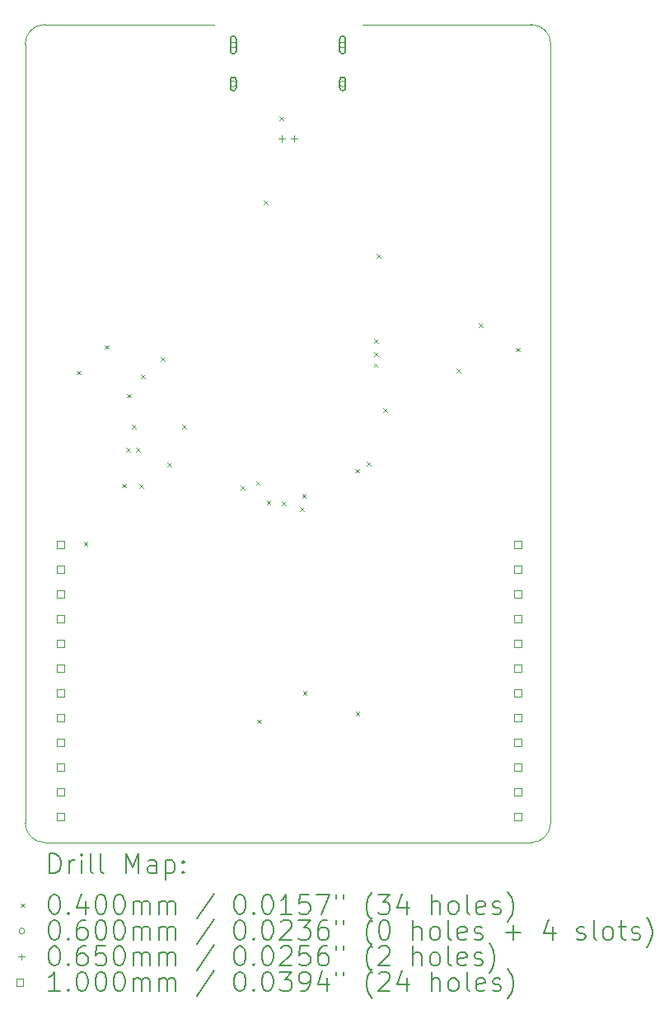
<source format=gbr>
%TF.GenerationSoftware,KiCad,Pcbnew,6.0.7-f9a2dced07~116~ubuntu20.04.1*%
%TF.CreationDate,2022-09-13T19:06:36+02:00*%
%TF.ProjectId,Qoobinno,516f6f62-696e-46e6-9f2e-6b696361645f,rev?*%
%TF.SameCoordinates,Original*%
%TF.FileFunction,Drillmap*%
%TF.FilePolarity,Positive*%
%FSLAX45Y45*%
G04 Gerber Fmt 4.5, Leading zero omitted, Abs format (unit mm)*
G04 Created by KiCad (PCBNEW 6.0.7-f9a2dced07~116~ubuntu20.04.1) date 2022-09-13 19:06:36*
%MOMM*%
%LPD*%
G01*
G04 APERTURE LIST*
%ADD10C,0.100000*%
%ADD11C,0.200000*%
%ADD12C,0.040000*%
%ADD13C,0.060000*%
%ADD14C,0.065000*%
G04 APERTURE END LIST*
D10*
X17738000Y-5400000D02*
G75*
G03*
X17538000Y-5200000I-200000J0D01*
G01*
X12538000Y-5200000D02*
G75*
G03*
X12338000Y-5400000I0J-200000D01*
G01*
X15800000Y-5200000D02*
X17538000Y-5200000D01*
X17538000Y-13600000D02*
G75*
G03*
X17738000Y-13400000I0J200000D01*
G01*
X12338000Y-13400000D02*
G75*
G03*
X12538000Y-13600000I200000J0D01*
G01*
X17738000Y-5400000D02*
X17738000Y-13400000D01*
X12338000Y-5400000D02*
X12338000Y-13400000D01*
X14276000Y-5200000D02*
X12538000Y-5200000D01*
X17538000Y-13600000D02*
X12538000Y-13600000D01*
D11*
D12*
X12869000Y-8756000D02*
X12909000Y-8796000D01*
X12909000Y-8756000D02*
X12869000Y-8796000D01*
X12940550Y-10511000D02*
X12980550Y-10551000D01*
X12980550Y-10511000D02*
X12940550Y-10551000D01*
X13156000Y-8494000D02*
X13196000Y-8534000D01*
X13196000Y-8494000D02*
X13156000Y-8534000D01*
X13336000Y-9915000D02*
X13376000Y-9955000D01*
X13376000Y-9915000D02*
X13336000Y-9955000D01*
X13375031Y-9545408D02*
X13415031Y-9585408D01*
X13415031Y-9545408D02*
X13375031Y-9585408D01*
X13382000Y-8993000D02*
X13422000Y-9033000D01*
X13422000Y-8993000D02*
X13382000Y-9033000D01*
X13437000Y-9312000D02*
X13477000Y-9352000D01*
X13477000Y-9312000D02*
X13437000Y-9352000D01*
X13480031Y-9545408D02*
X13520031Y-9585408D01*
X13520031Y-9545408D02*
X13480031Y-9585408D01*
X13509000Y-9919000D02*
X13549000Y-9959000D01*
X13549000Y-9919000D02*
X13509000Y-9959000D01*
X13529000Y-8795000D02*
X13569000Y-8835000D01*
X13569000Y-8795000D02*
X13529000Y-8835000D01*
X13731000Y-8617000D02*
X13771000Y-8657000D01*
X13771000Y-8617000D02*
X13731000Y-8657000D01*
X13800000Y-9697000D02*
X13840000Y-9737000D01*
X13840000Y-9697000D02*
X13800000Y-9737000D01*
X13952000Y-9308000D02*
X13992000Y-9348000D01*
X13992000Y-9308000D02*
X13952000Y-9348000D01*
X14551000Y-9937000D02*
X14591000Y-9977000D01*
X14591000Y-9937000D02*
X14551000Y-9977000D01*
X14708000Y-9890000D02*
X14748000Y-9930000D01*
X14748000Y-9890000D02*
X14708000Y-9930000D01*
X14724000Y-12336000D02*
X14764000Y-12376000D01*
X14764000Y-12336000D02*
X14724000Y-12376000D01*
X14787000Y-7006000D02*
X14827000Y-7046000D01*
X14827000Y-7006000D02*
X14787000Y-7046000D01*
X14820000Y-10090000D02*
X14860000Y-10130000D01*
X14860000Y-10090000D02*
X14820000Y-10130000D01*
X14952000Y-6141000D02*
X14992000Y-6181000D01*
X14992000Y-6141000D02*
X14952000Y-6181000D01*
X14972792Y-10094792D02*
X15012792Y-10134792D01*
X15012792Y-10094792D02*
X14972792Y-10134792D01*
X15159000Y-10157000D02*
X15199000Y-10197000D01*
X15199000Y-10157000D02*
X15159000Y-10197000D01*
X15182000Y-10020000D02*
X15222000Y-10060000D01*
X15222000Y-10020000D02*
X15182000Y-10060000D01*
X15191000Y-12044000D02*
X15231000Y-12084000D01*
X15231000Y-12044000D02*
X15191000Y-12084000D01*
X15728000Y-9762000D02*
X15768000Y-9802000D01*
X15768000Y-9762000D02*
X15728000Y-9802000D01*
X15733000Y-12257000D02*
X15773000Y-12297000D01*
X15773000Y-12257000D02*
X15733000Y-12297000D01*
X15846000Y-9693000D02*
X15886000Y-9733000D01*
X15886000Y-9693000D02*
X15846000Y-9733000D01*
X15920000Y-8680000D02*
X15960000Y-8720000D01*
X15960000Y-8680000D02*
X15920000Y-8720000D01*
X15921000Y-8428664D02*
X15961000Y-8468664D01*
X15961000Y-8428664D02*
X15921000Y-8468664D01*
X15921000Y-8563000D02*
X15961000Y-8603000D01*
X15961000Y-8563000D02*
X15921000Y-8603000D01*
X15948000Y-7558000D02*
X15988000Y-7598000D01*
X15988000Y-7558000D02*
X15948000Y-7598000D01*
X16019000Y-9143000D02*
X16059000Y-9183000D01*
X16059000Y-9143000D02*
X16019000Y-9183000D01*
X16773000Y-8737000D02*
X16813000Y-8777000D01*
X16813000Y-8737000D02*
X16773000Y-8777000D01*
X16997000Y-8266000D02*
X17037000Y-8306000D01*
X17037000Y-8266000D02*
X16997000Y-8306000D01*
X17382000Y-8519000D02*
X17422000Y-8559000D01*
X17422000Y-8519000D02*
X17382000Y-8559000D01*
D13*
X14506000Y-5410000D02*
G75*
G03*
X14506000Y-5410000I-30000J0D01*
G01*
D11*
X14506000Y-5470000D02*
X14506000Y-5350000D01*
X14446000Y-5470000D02*
X14446000Y-5350000D01*
X14506000Y-5350000D02*
G75*
G03*
X14446000Y-5350000I-30000J0D01*
G01*
X14446000Y-5470000D02*
G75*
G03*
X14506000Y-5470000I30000J0D01*
G01*
D13*
X14506000Y-5810000D02*
G75*
G03*
X14506000Y-5810000I-30000J0D01*
G01*
D11*
X14506000Y-5850000D02*
X14506000Y-5770000D01*
X14446000Y-5850000D02*
X14446000Y-5770000D01*
X14506000Y-5770000D02*
G75*
G03*
X14446000Y-5770000I-30000J0D01*
G01*
X14446000Y-5850000D02*
G75*
G03*
X14506000Y-5850000I30000J0D01*
G01*
D13*
X15630000Y-5410000D02*
G75*
G03*
X15630000Y-5410000I-30000J0D01*
G01*
D11*
X15630000Y-5470000D02*
X15630000Y-5350000D01*
X15570000Y-5470000D02*
X15570000Y-5350000D01*
X15630000Y-5350000D02*
G75*
G03*
X15570000Y-5350000I-30000J0D01*
G01*
X15570000Y-5470000D02*
G75*
G03*
X15630000Y-5470000I30000J0D01*
G01*
D13*
X15630000Y-5810000D02*
G75*
G03*
X15630000Y-5810000I-30000J0D01*
G01*
D11*
X15630000Y-5850000D02*
X15630000Y-5770000D01*
X15570000Y-5850000D02*
X15570000Y-5770000D01*
X15630000Y-5770000D02*
G75*
G03*
X15570000Y-5770000I-30000J0D01*
G01*
X15570000Y-5850000D02*
G75*
G03*
X15630000Y-5850000I30000J0D01*
G01*
D14*
X14972500Y-6340500D02*
X14972500Y-6405500D01*
X14940000Y-6373000D02*
X15005000Y-6373000D01*
X15099500Y-6340500D02*
X15099500Y-6405500D01*
X15067000Y-6373000D02*
X15132000Y-6373000D01*
D10*
X12735356Y-10576356D02*
X12735356Y-10505644D01*
X12664644Y-10505644D01*
X12664644Y-10576356D01*
X12735356Y-10576356D01*
X12735356Y-10830356D02*
X12735356Y-10759644D01*
X12664644Y-10759644D01*
X12664644Y-10830356D01*
X12735356Y-10830356D01*
X12735356Y-11084356D02*
X12735356Y-11013644D01*
X12664644Y-11013644D01*
X12664644Y-11084356D01*
X12735356Y-11084356D01*
X12735356Y-11338356D02*
X12735356Y-11267644D01*
X12664644Y-11267644D01*
X12664644Y-11338356D01*
X12735356Y-11338356D01*
X12735356Y-11592356D02*
X12735356Y-11521644D01*
X12664644Y-11521644D01*
X12664644Y-11592356D01*
X12735356Y-11592356D01*
X12735356Y-11846356D02*
X12735356Y-11775644D01*
X12664644Y-11775644D01*
X12664644Y-11846356D01*
X12735356Y-11846356D01*
X12735356Y-12100356D02*
X12735356Y-12029644D01*
X12664644Y-12029644D01*
X12664644Y-12100356D01*
X12735356Y-12100356D01*
X12735356Y-12354356D02*
X12735356Y-12283644D01*
X12664644Y-12283644D01*
X12664644Y-12354356D01*
X12735356Y-12354356D01*
X12735356Y-12608356D02*
X12735356Y-12537644D01*
X12664644Y-12537644D01*
X12664644Y-12608356D01*
X12735356Y-12608356D01*
X12735356Y-12862356D02*
X12735356Y-12791644D01*
X12664644Y-12791644D01*
X12664644Y-12862356D01*
X12735356Y-12862356D01*
X12735356Y-13116356D02*
X12735356Y-13045644D01*
X12664644Y-13045644D01*
X12664644Y-13116356D01*
X12735356Y-13116356D01*
X12735356Y-13370356D02*
X12735356Y-13299644D01*
X12664644Y-13299644D01*
X12664644Y-13370356D01*
X12735356Y-13370356D01*
X17434356Y-10576356D02*
X17434356Y-10505644D01*
X17363644Y-10505644D01*
X17363644Y-10576356D01*
X17434356Y-10576356D01*
X17434356Y-10830356D02*
X17434356Y-10759644D01*
X17363644Y-10759644D01*
X17363644Y-10830356D01*
X17434356Y-10830356D01*
X17434356Y-11084356D02*
X17434356Y-11013644D01*
X17363644Y-11013644D01*
X17363644Y-11084356D01*
X17434356Y-11084356D01*
X17434356Y-11338356D02*
X17434356Y-11267644D01*
X17363644Y-11267644D01*
X17363644Y-11338356D01*
X17434356Y-11338356D01*
X17434356Y-11592356D02*
X17434356Y-11521644D01*
X17363644Y-11521644D01*
X17363644Y-11592356D01*
X17434356Y-11592356D01*
X17434356Y-11846356D02*
X17434356Y-11775644D01*
X17363644Y-11775644D01*
X17363644Y-11846356D01*
X17434356Y-11846356D01*
X17434356Y-12100356D02*
X17434356Y-12029644D01*
X17363644Y-12029644D01*
X17363644Y-12100356D01*
X17434356Y-12100356D01*
X17434356Y-12354356D02*
X17434356Y-12283644D01*
X17363644Y-12283644D01*
X17363644Y-12354356D01*
X17434356Y-12354356D01*
X17434356Y-12608356D02*
X17434356Y-12537644D01*
X17363644Y-12537644D01*
X17363644Y-12608356D01*
X17434356Y-12608356D01*
X17434356Y-12862356D02*
X17434356Y-12791644D01*
X17363644Y-12791644D01*
X17363644Y-12862356D01*
X17434356Y-12862356D01*
X17434356Y-13116356D02*
X17434356Y-13045644D01*
X17363644Y-13045644D01*
X17363644Y-13116356D01*
X17434356Y-13116356D01*
X17434356Y-13370356D02*
X17434356Y-13299644D01*
X17363644Y-13299644D01*
X17363644Y-13370356D01*
X17434356Y-13370356D01*
D11*
X12590619Y-13915476D02*
X12590619Y-13715476D01*
X12638238Y-13715476D01*
X12666809Y-13725000D01*
X12685857Y-13744048D01*
X12695381Y-13763095D01*
X12704905Y-13801190D01*
X12704905Y-13829762D01*
X12695381Y-13867857D01*
X12685857Y-13886905D01*
X12666809Y-13905952D01*
X12638238Y-13915476D01*
X12590619Y-13915476D01*
X12790619Y-13915476D02*
X12790619Y-13782143D01*
X12790619Y-13820238D02*
X12800143Y-13801190D01*
X12809667Y-13791667D01*
X12828714Y-13782143D01*
X12847762Y-13782143D01*
X12914428Y-13915476D02*
X12914428Y-13782143D01*
X12914428Y-13715476D02*
X12904905Y-13725000D01*
X12914428Y-13734524D01*
X12923952Y-13725000D01*
X12914428Y-13715476D01*
X12914428Y-13734524D01*
X13038238Y-13915476D02*
X13019190Y-13905952D01*
X13009667Y-13886905D01*
X13009667Y-13715476D01*
X13143000Y-13915476D02*
X13123952Y-13905952D01*
X13114428Y-13886905D01*
X13114428Y-13715476D01*
X13371571Y-13915476D02*
X13371571Y-13715476D01*
X13438238Y-13858333D01*
X13504905Y-13715476D01*
X13504905Y-13915476D01*
X13685857Y-13915476D02*
X13685857Y-13810714D01*
X13676333Y-13791667D01*
X13657286Y-13782143D01*
X13619190Y-13782143D01*
X13600143Y-13791667D01*
X13685857Y-13905952D02*
X13666809Y-13915476D01*
X13619190Y-13915476D01*
X13600143Y-13905952D01*
X13590619Y-13886905D01*
X13590619Y-13867857D01*
X13600143Y-13848809D01*
X13619190Y-13839286D01*
X13666809Y-13839286D01*
X13685857Y-13829762D01*
X13781095Y-13782143D02*
X13781095Y-13982143D01*
X13781095Y-13791667D02*
X13800143Y-13782143D01*
X13838238Y-13782143D01*
X13857286Y-13791667D01*
X13866809Y-13801190D01*
X13876333Y-13820238D01*
X13876333Y-13877381D01*
X13866809Y-13896428D01*
X13857286Y-13905952D01*
X13838238Y-13915476D01*
X13800143Y-13915476D01*
X13781095Y-13905952D01*
X13962048Y-13896428D02*
X13971571Y-13905952D01*
X13962048Y-13915476D01*
X13952524Y-13905952D01*
X13962048Y-13896428D01*
X13962048Y-13915476D01*
X13962048Y-13791667D02*
X13971571Y-13801190D01*
X13962048Y-13810714D01*
X13952524Y-13801190D01*
X13962048Y-13791667D01*
X13962048Y-13810714D01*
D12*
X12293000Y-14225000D02*
X12333000Y-14265000D01*
X12333000Y-14225000D02*
X12293000Y-14265000D01*
D11*
X12628714Y-14135476D02*
X12647762Y-14135476D01*
X12666809Y-14145000D01*
X12676333Y-14154524D01*
X12685857Y-14173571D01*
X12695381Y-14211667D01*
X12695381Y-14259286D01*
X12685857Y-14297381D01*
X12676333Y-14316428D01*
X12666809Y-14325952D01*
X12647762Y-14335476D01*
X12628714Y-14335476D01*
X12609667Y-14325952D01*
X12600143Y-14316428D01*
X12590619Y-14297381D01*
X12581095Y-14259286D01*
X12581095Y-14211667D01*
X12590619Y-14173571D01*
X12600143Y-14154524D01*
X12609667Y-14145000D01*
X12628714Y-14135476D01*
X12781095Y-14316428D02*
X12790619Y-14325952D01*
X12781095Y-14335476D01*
X12771571Y-14325952D01*
X12781095Y-14316428D01*
X12781095Y-14335476D01*
X12962048Y-14202143D02*
X12962048Y-14335476D01*
X12914428Y-14125952D02*
X12866809Y-14268809D01*
X12990619Y-14268809D01*
X13104905Y-14135476D02*
X13123952Y-14135476D01*
X13143000Y-14145000D01*
X13152524Y-14154524D01*
X13162048Y-14173571D01*
X13171571Y-14211667D01*
X13171571Y-14259286D01*
X13162048Y-14297381D01*
X13152524Y-14316428D01*
X13143000Y-14325952D01*
X13123952Y-14335476D01*
X13104905Y-14335476D01*
X13085857Y-14325952D01*
X13076333Y-14316428D01*
X13066809Y-14297381D01*
X13057286Y-14259286D01*
X13057286Y-14211667D01*
X13066809Y-14173571D01*
X13076333Y-14154524D01*
X13085857Y-14145000D01*
X13104905Y-14135476D01*
X13295381Y-14135476D02*
X13314428Y-14135476D01*
X13333476Y-14145000D01*
X13343000Y-14154524D01*
X13352524Y-14173571D01*
X13362048Y-14211667D01*
X13362048Y-14259286D01*
X13352524Y-14297381D01*
X13343000Y-14316428D01*
X13333476Y-14325952D01*
X13314428Y-14335476D01*
X13295381Y-14335476D01*
X13276333Y-14325952D01*
X13266809Y-14316428D01*
X13257286Y-14297381D01*
X13247762Y-14259286D01*
X13247762Y-14211667D01*
X13257286Y-14173571D01*
X13266809Y-14154524D01*
X13276333Y-14145000D01*
X13295381Y-14135476D01*
X13447762Y-14335476D02*
X13447762Y-14202143D01*
X13447762Y-14221190D02*
X13457286Y-14211667D01*
X13476333Y-14202143D01*
X13504905Y-14202143D01*
X13523952Y-14211667D01*
X13533476Y-14230714D01*
X13533476Y-14335476D01*
X13533476Y-14230714D02*
X13543000Y-14211667D01*
X13562048Y-14202143D01*
X13590619Y-14202143D01*
X13609667Y-14211667D01*
X13619190Y-14230714D01*
X13619190Y-14335476D01*
X13714428Y-14335476D02*
X13714428Y-14202143D01*
X13714428Y-14221190D02*
X13723952Y-14211667D01*
X13743000Y-14202143D01*
X13771571Y-14202143D01*
X13790619Y-14211667D01*
X13800143Y-14230714D01*
X13800143Y-14335476D01*
X13800143Y-14230714D02*
X13809667Y-14211667D01*
X13828714Y-14202143D01*
X13857286Y-14202143D01*
X13876333Y-14211667D01*
X13885857Y-14230714D01*
X13885857Y-14335476D01*
X14276333Y-14125952D02*
X14104905Y-14383095D01*
X14533476Y-14135476D02*
X14552524Y-14135476D01*
X14571571Y-14145000D01*
X14581095Y-14154524D01*
X14590619Y-14173571D01*
X14600143Y-14211667D01*
X14600143Y-14259286D01*
X14590619Y-14297381D01*
X14581095Y-14316428D01*
X14571571Y-14325952D01*
X14552524Y-14335476D01*
X14533476Y-14335476D01*
X14514428Y-14325952D01*
X14504905Y-14316428D01*
X14495381Y-14297381D01*
X14485857Y-14259286D01*
X14485857Y-14211667D01*
X14495381Y-14173571D01*
X14504905Y-14154524D01*
X14514428Y-14145000D01*
X14533476Y-14135476D01*
X14685857Y-14316428D02*
X14695381Y-14325952D01*
X14685857Y-14335476D01*
X14676333Y-14325952D01*
X14685857Y-14316428D01*
X14685857Y-14335476D01*
X14819190Y-14135476D02*
X14838238Y-14135476D01*
X14857286Y-14145000D01*
X14866809Y-14154524D01*
X14876333Y-14173571D01*
X14885857Y-14211667D01*
X14885857Y-14259286D01*
X14876333Y-14297381D01*
X14866809Y-14316428D01*
X14857286Y-14325952D01*
X14838238Y-14335476D01*
X14819190Y-14335476D01*
X14800143Y-14325952D01*
X14790619Y-14316428D01*
X14781095Y-14297381D01*
X14771571Y-14259286D01*
X14771571Y-14211667D01*
X14781095Y-14173571D01*
X14790619Y-14154524D01*
X14800143Y-14145000D01*
X14819190Y-14135476D01*
X15076333Y-14335476D02*
X14962048Y-14335476D01*
X15019190Y-14335476D02*
X15019190Y-14135476D01*
X15000143Y-14164048D01*
X14981095Y-14183095D01*
X14962048Y-14192619D01*
X15257286Y-14135476D02*
X15162048Y-14135476D01*
X15152524Y-14230714D01*
X15162048Y-14221190D01*
X15181095Y-14211667D01*
X15228714Y-14211667D01*
X15247762Y-14221190D01*
X15257286Y-14230714D01*
X15266809Y-14249762D01*
X15266809Y-14297381D01*
X15257286Y-14316428D01*
X15247762Y-14325952D01*
X15228714Y-14335476D01*
X15181095Y-14335476D01*
X15162048Y-14325952D01*
X15152524Y-14316428D01*
X15333476Y-14135476D02*
X15466809Y-14135476D01*
X15381095Y-14335476D01*
X15533476Y-14135476D02*
X15533476Y-14173571D01*
X15609667Y-14135476D02*
X15609667Y-14173571D01*
X15904905Y-14411667D02*
X15895381Y-14402143D01*
X15876333Y-14373571D01*
X15866809Y-14354524D01*
X15857286Y-14325952D01*
X15847762Y-14278333D01*
X15847762Y-14240238D01*
X15857286Y-14192619D01*
X15866809Y-14164048D01*
X15876333Y-14145000D01*
X15895381Y-14116428D01*
X15904905Y-14106905D01*
X15962048Y-14135476D02*
X16085857Y-14135476D01*
X16019190Y-14211667D01*
X16047762Y-14211667D01*
X16066809Y-14221190D01*
X16076333Y-14230714D01*
X16085857Y-14249762D01*
X16085857Y-14297381D01*
X16076333Y-14316428D01*
X16066809Y-14325952D01*
X16047762Y-14335476D01*
X15990619Y-14335476D01*
X15971571Y-14325952D01*
X15962048Y-14316428D01*
X16257286Y-14202143D02*
X16257286Y-14335476D01*
X16209667Y-14125952D02*
X16162048Y-14268809D01*
X16285857Y-14268809D01*
X16514428Y-14335476D02*
X16514428Y-14135476D01*
X16600143Y-14335476D02*
X16600143Y-14230714D01*
X16590619Y-14211667D01*
X16571571Y-14202143D01*
X16543000Y-14202143D01*
X16523952Y-14211667D01*
X16514428Y-14221190D01*
X16723952Y-14335476D02*
X16704905Y-14325952D01*
X16695381Y-14316428D01*
X16685857Y-14297381D01*
X16685857Y-14240238D01*
X16695381Y-14221190D01*
X16704905Y-14211667D01*
X16723952Y-14202143D01*
X16752524Y-14202143D01*
X16771571Y-14211667D01*
X16781095Y-14221190D01*
X16790619Y-14240238D01*
X16790619Y-14297381D01*
X16781095Y-14316428D01*
X16771571Y-14325952D01*
X16752524Y-14335476D01*
X16723952Y-14335476D01*
X16904905Y-14335476D02*
X16885857Y-14325952D01*
X16876333Y-14306905D01*
X16876333Y-14135476D01*
X17057286Y-14325952D02*
X17038238Y-14335476D01*
X17000143Y-14335476D01*
X16981095Y-14325952D01*
X16971571Y-14306905D01*
X16971571Y-14230714D01*
X16981095Y-14211667D01*
X17000143Y-14202143D01*
X17038238Y-14202143D01*
X17057286Y-14211667D01*
X17066810Y-14230714D01*
X17066810Y-14249762D01*
X16971571Y-14268809D01*
X17143000Y-14325952D02*
X17162048Y-14335476D01*
X17200143Y-14335476D01*
X17219190Y-14325952D01*
X17228714Y-14306905D01*
X17228714Y-14297381D01*
X17219190Y-14278333D01*
X17200143Y-14268809D01*
X17171571Y-14268809D01*
X17152524Y-14259286D01*
X17143000Y-14240238D01*
X17143000Y-14230714D01*
X17152524Y-14211667D01*
X17171571Y-14202143D01*
X17200143Y-14202143D01*
X17219190Y-14211667D01*
X17295381Y-14411667D02*
X17304905Y-14402143D01*
X17323952Y-14373571D01*
X17333476Y-14354524D01*
X17343000Y-14325952D01*
X17352524Y-14278333D01*
X17352524Y-14240238D01*
X17343000Y-14192619D01*
X17333476Y-14164048D01*
X17323952Y-14145000D01*
X17304905Y-14116428D01*
X17295381Y-14106905D01*
D13*
X12333000Y-14509000D02*
G75*
G03*
X12333000Y-14509000I-30000J0D01*
G01*
D11*
X12628714Y-14399476D02*
X12647762Y-14399476D01*
X12666809Y-14409000D01*
X12676333Y-14418524D01*
X12685857Y-14437571D01*
X12695381Y-14475667D01*
X12695381Y-14523286D01*
X12685857Y-14561381D01*
X12676333Y-14580428D01*
X12666809Y-14589952D01*
X12647762Y-14599476D01*
X12628714Y-14599476D01*
X12609667Y-14589952D01*
X12600143Y-14580428D01*
X12590619Y-14561381D01*
X12581095Y-14523286D01*
X12581095Y-14475667D01*
X12590619Y-14437571D01*
X12600143Y-14418524D01*
X12609667Y-14409000D01*
X12628714Y-14399476D01*
X12781095Y-14580428D02*
X12790619Y-14589952D01*
X12781095Y-14599476D01*
X12771571Y-14589952D01*
X12781095Y-14580428D01*
X12781095Y-14599476D01*
X12962048Y-14399476D02*
X12923952Y-14399476D01*
X12904905Y-14409000D01*
X12895381Y-14418524D01*
X12876333Y-14447095D01*
X12866809Y-14485190D01*
X12866809Y-14561381D01*
X12876333Y-14580428D01*
X12885857Y-14589952D01*
X12904905Y-14599476D01*
X12943000Y-14599476D01*
X12962048Y-14589952D01*
X12971571Y-14580428D01*
X12981095Y-14561381D01*
X12981095Y-14513762D01*
X12971571Y-14494714D01*
X12962048Y-14485190D01*
X12943000Y-14475667D01*
X12904905Y-14475667D01*
X12885857Y-14485190D01*
X12876333Y-14494714D01*
X12866809Y-14513762D01*
X13104905Y-14399476D02*
X13123952Y-14399476D01*
X13143000Y-14409000D01*
X13152524Y-14418524D01*
X13162048Y-14437571D01*
X13171571Y-14475667D01*
X13171571Y-14523286D01*
X13162048Y-14561381D01*
X13152524Y-14580428D01*
X13143000Y-14589952D01*
X13123952Y-14599476D01*
X13104905Y-14599476D01*
X13085857Y-14589952D01*
X13076333Y-14580428D01*
X13066809Y-14561381D01*
X13057286Y-14523286D01*
X13057286Y-14475667D01*
X13066809Y-14437571D01*
X13076333Y-14418524D01*
X13085857Y-14409000D01*
X13104905Y-14399476D01*
X13295381Y-14399476D02*
X13314428Y-14399476D01*
X13333476Y-14409000D01*
X13343000Y-14418524D01*
X13352524Y-14437571D01*
X13362048Y-14475667D01*
X13362048Y-14523286D01*
X13352524Y-14561381D01*
X13343000Y-14580428D01*
X13333476Y-14589952D01*
X13314428Y-14599476D01*
X13295381Y-14599476D01*
X13276333Y-14589952D01*
X13266809Y-14580428D01*
X13257286Y-14561381D01*
X13247762Y-14523286D01*
X13247762Y-14475667D01*
X13257286Y-14437571D01*
X13266809Y-14418524D01*
X13276333Y-14409000D01*
X13295381Y-14399476D01*
X13447762Y-14599476D02*
X13447762Y-14466143D01*
X13447762Y-14485190D02*
X13457286Y-14475667D01*
X13476333Y-14466143D01*
X13504905Y-14466143D01*
X13523952Y-14475667D01*
X13533476Y-14494714D01*
X13533476Y-14599476D01*
X13533476Y-14494714D02*
X13543000Y-14475667D01*
X13562048Y-14466143D01*
X13590619Y-14466143D01*
X13609667Y-14475667D01*
X13619190Y-14494714D01*
X13619190Y-14599476D01*
X13714428Y-14599476D02*
X13714428Y-14466143D01*
X13714428Y-14485190D02*
X13723952Y-14475667D01*
X13743000Y-14466143D01*
X13771571Y-14466143D01*
X13790619Y-14475667D01*
X13800143Y-14494714D01*
X13800143Y-14599476D01*
X13800143Y-14494714D02*
X13809667Y-14475667D01*
X13828714Y-14466143D01*
X13857286Y-14466143D01*
X13876333Y-14475667D01*
X13885857Y-14494714D01*
X13885857Y-14599476D01*
X14276333Y-14389952D02*
X14104905Y-14647095D01*
X14533476Y-14399476D02*
X14552524Y-14399476D01*
X14571571Y-14409000D01*
X14581095Y-14418524D01*
X14590619Y-14437571D01*
X14600143Y-14475667D01*
X14600143Y-14523286D01*
X14590619Y-14561381D01*
X14581095Y-14580428D01*
X14571571Y-14589952D01*
X14552524Y-14599476D01*
X14533476Y-14599476D01*
X14514428Y-14589952D01*
X14504905Y-14580428D01*
X14495381Y-14561381D01*
X14485857Y-14523286D01*
X14485857Y-14475667D01*
X14495381Y-14437571D01*
X14504905Y-14418524D01*
X14514428Y-14409000D01*
X14533476Y-14399476D01*
X14685857Y-14580428D02*
X14695381Y-14589952D01*
X14685857Y-14599476D01*
X14676333Y-14589952D01*
X14685857Y-14580428D01*
X14685857Y-14599476D01*
X14819190Y-14399476D02*
X14838238Y-14399476D01*
X14857286Y-14409000D01*
X14866809Y-14418524D01*
X14876333Y-14437571D01*
X14885857Y-14475667D01*
X14885857Y-14523286D01*
X14876333Y-14561381D01*
X14866809Y-14580428D01*
X14857286Y-14589952D01*
X14838238Y-14599476D01*
X14819190Y-14599476D01*
X14800143Y-14589952D01*
X14790619Y-14580428D01*
X14781095Y-14561381D01*
X14771571Y-14523286D01*
X14771571Y-14475667D01*
X14781095Y-14437571D01*
X14790619Y-14418524D01*
X14800143Y-14409000D01*
X14819190Y-14399476D01*
X14962048Y-14418524D02*
X14971571Y-14409000D01*
X14990619Y-14399476D01*
X15038238Y-14399476D01*
X15057286Y-14409000D01*
X15066809Y-14418524D01*
X15076333Y-14437571D01*
X15076333Y-14456619D01*
X15066809Y-14485190D01*
X14952524Y-14599476D01*
X15076333Y-14599476D01*
X15143000Y-14399476D02*
X15266809Y-14399476D01*
X15200143Y-14475667D01*
X15228714Y-14475667D01*
X15247762Y-14485190D01*
X15257286Y-14494714D01*
X15266809Y-14513762D01*
X15266809Y-14561381D01*
X15257286Y-14580428D01*
X15247762Y-14589952D01*
X15228714Y-14599476D01*
X15171571Y-14599476D01*
X15152524Y-14589952D01*
X15143000Y-14580428D01*
X15438238Y-14399476D02*
X15400143Y-14399476D01*
X15381095Y-14409000D01*
X15371571Y-14418524D01*
X15352524Y-14447095D01*
X15343000Y-14485190D01*
X15343000Y-14561381D01*
X15352524Y-14580428D01*
X15362048Y-14589952D01*
X15381095Y-14599476D01*
X15419190Y-14599476D01*
X15438238Y-14589952D01*
X15447762Y-14580428D01*
X15457286Y-14561381D01*
X15457286Y-14513762D01*
X15447762Y-14494714D01*
X15438238Y-14485190D01*
X15419190Y-14475667D01*
X15381095Y-14475667D01*
X15362048Y-14485190D01*
X15352524Y-14494714D01*
X15343000Y-14513762D01*
X15533476Y-14399476D02*
X15533476Y-14437571D01*
X15609667Y-14399476D02*
X15609667Y-14437571D01*
X15904905Y-14675667D02*
X15895381Y-14666143D01*
X15876333Y-14637571D01*
X15866809Y-14618524D01*
X15857286Y-14589952D01*
X15847762Y-14542333D01*
X15847762Y-14504238D01*
X15857286Y-14456619D01*
X15866809Y-14428048D01*
X15876333Y-14409000D01*
X15895381Y-14380428D01*
X15904905Y-14370905D01*
X16019190Y-14399476D02*
X16038238Y-14399476D01*
X16057286Y-14409000D01*
X16066809Y-14418524D01*
X16076333Y-14437571D01*
X16085857Y-14475667D01*
X16085857Y-14523286D01*
X16076333Y-14561381D01*
X16066809Y-14580428D01*
X16057286Y-14589952D01*
X16038238Y-14599476D01*
X16019190Y-14599476D01*
X16000143Y-14589952D01*
X15990619Y-14580428D01*
X15981095Y-14561381D01*
X15971571Y-14523286D01*
X15971571Y-14475667D01*
X15981095Y-14437571D01*
X15990619Y-14418524D01*
X16000143Y-14409000D01*
X16019190Y-14399476D01*
X16323952Y-14599476D02*
X16323952Y-14399476D01*
X16409667Y-14599476D02*
X16409667Y-14494714D01*
X16400143Y-14475667D01*
X16381095Y-14466143D01*
X16352524Y-14466143D01*
X16333476Y-14475667D01*
X16323952Y-14485190D01*
X16533476Y-14599476D02*
X16514428Y-14589952D01*
X16504905Y-14580428D01*
X16495381Y-14561381D01*
X16495381Y-14504238D01*
X16504905Y-14485190D01*
X16514428Y-14475667D01*
X16533476Y-14466143D01*
X16562048Y-14466143D01*
X16581095Y-14475667D01*
X16590619Y-14485190D01*
X16600143Y-14504238D01*
X16600143Y-14561381D01*
X16590619Y-14580428D01*
X16581095Y-14589952D01*
X16562048Y-14599476D01*
X16533476Y-14599476D01*
X16714428Y-14599476D02*
X16695381Y-14589952D01*
X16685857Y-14570905D01*
X16685857Y-14399476D01*
X16866810Y-14589952D02*
X16847762Y-14599476D01*
X16809667Y-14599476D01*
X16790619Y-14589952D01*
X16781095Y-14570905D01*
X16781095Y-14494714D01*
X16790619Y-14475667D01*
X16809667Y-14466143D01*
X16847762Y-14466143D01*
X16866810Y-14475667D01*
X16876333Y-14494714D01*
X16876333Y-14513762D01*
X16781095Y-14532809D01*
X16952524Y-14589952D02*
X16971571Y-14599476D01*
X17009667Y-14599476D01*
X17028714Y-14589952D01*
X17038238Y-14570905D01*
X17038238Y-14561381D01*
X17028714Y-14542333D01*
X17009667Y-14532809D01*
X16981095Y-14532809D01*
X16962048Y-14523286D01*
X16952524Y-14504238D01*
X16952524Y-14494714D01*
X16962048Y-14475667D01*
X16981095Y-14466143D01*
X17009667Y-14466143D01*
X17028714Y-14475667D01*
X17276333Y-14523286D02*
X17428714Y-14523286D01*
X17352524Y-14599476D02*
X17352524Y-14447095D01*
X17762048Y-14466143D02*
X17762048Y-14599476D01*
X17714429Y-14389952D02*
X17666810Y-14532809D01*
X17790619Y-14532809D01*
X18009667Y-14589952D02*
X18028714Y-14599476D01*
X18066810Y-14599476D01*
X18085857Y-14589952D01*
X18095381Y-14570905D01*
X18095381Y-14561381D01*
X18085857Y-14542333D01*
X18066810Y-14532809D01*
X18038238Y-14532809D01*
X18019190Y-14523286D01*
X18009667Y-14504238D01*
X18009667Y-14494714D01*
X18019190Y-14475667D01*
X18038238Y-14466143D01*
X18066810Y-14466143D01*
X18085857Y-14475667D01*
X18209667Y-14599476D02*
X18190619Y-14589952D01*
X18181095Y-14570905D01*
X18181095Y-14399476D01*
X18314429Y-14599476D02*
X18295381Y-14589952D01*
X18285857Y-14580428D01*
X18276333Y-14561381D01*
X18276333Y-14504238D01*
X18285857Y-14485190D01*
X18295381Y-14475667D01*
X18314429Y-14466143D01*
X18343000Y-14466143D01*
X18362048Y-14475667D01*
X18371571Y-14485190D01*
X18381095Y-14504238D01*
X18381095Y-14561381D01*
X18371571Y-14580428D01*
X18362048Y-14589952D01*
X18343000Y-14599476D01*
X18314429Y-14599476D01*
X18438238Y-14466143D02*
X18514429Y-14466143D01*
X18466810Y-14399476D02*
X18466810Y-14570905D01*
X18476333Y-14589952D01*
X18495381Y-14599476D01*
X18514429Y-14599476D01*
X18571571Y-14589952D02*
X18590619Y-14599476D01*
X18628714Y-14599476D01*
X18647762Y-14589952D01*
X18657286Y-14570905D01*
X18657286Y-14561381D01*
X18647762Y-14542333D01*
X18628714Y-14532809D01*
X18600143Y-14532809D01*
X18581095Y-14523286D01*
X18571571Y-14504238D01*
X18571571Y-14494714D01*
X18581095Y-14475667D01*
X18600143Y-14466143D01*
X18628714Y-14466143D01*
X18647762Y-14475667D01*
X18723952Y-14675667D02*
X18733476Y-14666143D01*
X18752524Y-14637571D01*
X18762048Y-14618524D01*
X18771571Y-14589952D01*
X18781095Y-14542333D01*
X18781095Y-14504238D01*
X18771571Y-14456619D01*
X18762048Y-14428048D01*
X18752524Y-14409000D01*
X18733476Y-14380428D01*
X18723952Y-14370905D01*
D14*
X12300500Y-14740500D02*
X12300500Y-14805500D01*
X12268000Y-14773000D02*
X12333000Y-14773000D01*
D11*
X12628714Y-14663476D02*
X12647762Y-14663476D01*
X12666809Y-14673000D01*
X12676333Y-14682524D01*
X12685857Y-14701571D01*
X12695381Y-14739667D01*
X12695381Y-14787286D01*
X12685857Y-14825381D01*
X12676333Y-14844428D01*
X12666809Y-14853952D01*
X12647762Y-14863476D01*
X12628714Y-14863476D01*
X12609667Y-14853952D01*
X12600143Y-14844428D01*
X12590619Y-14825381D01*
X12581095Y-14787286D01*
X12581095Y-14739667D01*
X12590619Y-14701571D01*
X12600143Y-14682524D01*
X12609667Y-14673000D01*
X12628714Y-14663476D01*
X12781095Y-14844428D02*
X12790619Y-14853952D01*
X12781095Y-14863476D01*
X12771571Y-14853952D01*
X12781095Y-14844428D01*
X12781095Y-14863476D01*
X12962048Y-14663476D02*
X12923952Y-14663476D01*
X12904905Y-14673000D01*
X12895381Y-14682524D01*
X12876333Y-14711095D01*
X12866809Y-14749190D01*
X12866809Y-14825381D01*
X12876333Y-14844428D01*
X12885857Y-14853952D01*
X12904905Y-14863476D01*
X12943000Y-14863476D01*
X12962048Y-14853952D01*
X12971571Y-14844428D01*
X12981095Y-14825381D01*
X12981095Y-14777762D01*
X12971571Y-14758714D01*
X12962048Y-14749190D01*
X12943000Y-14739667D01*
X12904905Y-14739667D01*
X12885857Y-14749190D01*
X12876333Y-14758714D01*
X12866809Y-14777762D01*
X13162048Y-14663476D02*
X13066809Y-14663476D01*
X13057286Y-14758714D01*
X13066809Y-14749190D01*
X13085857Y-14739667D01*
X13133476Y-14739667D01*
X13152524Y-14749190D01*
X13162048Y-14758714D01*
X13171571Y-14777762D01*
X13171571Y-14825381D01*
X13162048Y-14844428D01*
X13152524Y-14853952D01*
X13133476Y-14863476D01*
X13085857Y-14863476D01*
X13066809Y-14853952D01*
X13057286Y-14844428D01*
X13295381Y-14663476D02*
X13314428Y-14663476D01*
X13333476Y-14673000D01*
X13343000Y-14682524D01*
X13352524Y-14701571D01*
X13362048Y-14739667D01*
X13362048Y-14787286D01*
X13352524Y-14825381D01*
X13343000Y-14844428D01*
X13333476Y-14853952D01*
X13314428Y-14863476D01*
X13295381Y-14863476D01*
X13276333Y-14853952D01*
X13266809Y-14844428D01*
X13257286Y-14825381D01*
X13247762Y-14787286D01*
X13247762Y-14739667D01*
X13257286Y-14701571D01*
X13266809Y-14682524D01*
X13276333Y-14673000D01*
X13295381Y-14663476D01*
X13447762Y-14863476D02*
X13447762Y-14730143D01*
X13447762Y-14749190D02*
X13457286Y-14739667D01*
X13476333Y-14730143D01*
X13504905Y-14730143D01*
X13523952Y-14739667D01*
X13533476Y-14758714D01*
X13533476Y-14863476D01*
X13533476Y-14758714D02*
X13543000Y-14739667D01*
X13562048Y-14730143D01*
X13590619Y-14730143D01*
X13609667Y-14739667D01*
X13619190Y-14758714D01*
X13619190Y-14863476D01*
X13714428Y-14863476D02*
X13714428Y-14730143D01*
X13714428Y-14749190D02*
X13723952Y-14739667D01*
X13743000Y-14730143D01*
X13771571Y-14730143D01*
X13790619Y-14739667D01*
X13800143Y-14758714D01*
X13800143Y-14863476D01*
X13800143Y-14758714D02*
X13809667Y-14739667D01*
X13828714Y-14730143D01*
X13857286Y-14730143D01*
X13876333Y-14739667D01*
X13885857Y-14758714D01*
X13885857Y-14863476D01*
X14276333Y-14653952D02*
X14104905Y-14911095D01*
X14533476Y-14663476D02*
X14552524Y-14663476D01*
X14571571Y-14673000D01*
X14581095Y-14682524D01*
X14590619Y-14701571D01*
X14600143Y-14739667D01*
X14600143Y-14787286D01*
X14590619Y-14825381D01*
X14581095Y-14844428D01*
X14571571Y-14853952D01*
X14552524Y-14863476D01*
X14533476Y-14863476D01*
X14514428Y-14853952D01*
X14504905Y-14844428D01*
X14495381Y-14825381D01*
X14485857Y-14787286D01*
X14485857Y-14739667D01*
X14495381Y-14701571D01*
X14504905Y-14682524D01*
X14514428Y-14673000D01*
X14533476Y-14663476D01*
X14685857Y-14844428D02*
X14695381Y-14853952D01*
X14685857Y-14863476D01*
X14676333Y-14853952D01*
X14685857Y-14844428D01*
X14685857Y-14863476D01*
X14819190Y-14663476D02*
X14838238Y-14663476D01*
X14857286Y-14673000D01*
X14866809Y-14682524D01*
X14876333Y-14701571D01*
X14885857Y-14739667D01*
X14885857Y-14787286D01*
X14876333Y-14825381D01*
X14866809Y-14844428D01*
X14857286Y-14853952D01*
X14838238Y-14863476D01*
X14819190Y-14863476D01*
X14800143Y-14853952D01*
X14790619Y-14844428D01*
X14781095Y-14825381D01*
X14771571Y-14787286D01*
X14771571Y-14739667D01*
X14781095Y-14701571D01*
X14790619Y-14682524D01*
X14800143Y-14673000D01*
X14819190Y-14663476D01*
X14962048Y-14682524D02*
X14971571Y-14673000D01*
X14990619Y-14663476D01*
X15038238Y-14663476D01*
X15057286Y-14673000D01*
X15066809Y-14682524D01*
X15076333Y-14701571D01*
X15076333Y-14720619D01*
X15066809Y-14749190D01*
X14952524Y-14863476D01*
X15076333Y-14863476D01*
X15257286Y-14663476D02*
X15162048Y-14663476D01*
X15152524Y-14758714D01*
X15162048Y-14749190D01*
X15181095Y-14739667D01*
X15228714Y-14739667D01*
X15247762Y-14749190D01*
X15257286Y-14758714D01*
X15266809Y-14777762D01*
X15266809Y-14825381D01*
X15257286Y-14844428D01*
X15247762Y-14853952D01*
X15228714Y-14863476D01*
X15181095Y-14863476D01*
X15162048Y-14853952D01*
X15152524Y-14844428D01*
X15438238Y-14663476D02*
X15400143Y-14663476D01*
X15381095Y-14673000D01*
X15371571Y-14682524D01*
X15352524Y-14711095D01*
X15343000Y-14749190D01*
X15343000Y-14825381D01*
X15352524Y-14844428D01*
X15362048Y-14853952D01*
X15381095Y-14863476D01*
X15419190Y-14863476D01*
X15438238Y-14853952D01*
X15447762Y-14844428D01*
X15457286Y-14825381D01*
X15457286Y-14777762D01*
X15447762Y-14758714D01*
X15438238Y-14749190D01*
X15419190Y-14739667D01*
X15381095Y-14739667D01*
X15362048Y-14749190D01*
X15352524Y-14758714D01*
X15343000Y-14777762D01*
X15533476Y-14663476D02*
X15533476Y-14701571D01*
X15609667Y-14663476D02*
X15609667Y-14701571D01*
X15904905Y-14939667D02*
X15895381Y-14930143D01*
X15876333Y-14901571D01*
X15866809Y-14882524D01*
X15857286Y-14853952D01*
X15847762Y-14806333D01*
X15847762Y-14768238D01*
X15857286Y-14720619D01*
X15866809Y-14692048D01*
X15876333Y-14673000D01*
X15895381Y-14644428D01*
X15904905Y-14634905D01*
X15971571Y-14682524D02*
X15981095Y-14673000D01*
X16000143Y-14663476D01*
X16047762Y-14663476D01*
X16066809Y-14673000D01*
X16076333Y-14682524D01*
X16085857Y-14701571D01*
X16085857Y-14720619D01*
X16076333Y-14749190D01*
X15962048Y-14863476D01*
X16085857Y-14863476D01*
X16323952Y-14863476D02*
X16323952Y-14663476D01*
X16409667Y-14863476D02*
X16409667Y-14758714D01*
X16400143Y-14739667D01*
X16381095Y-14730143D01*
X16352524Y-14730143D01*
X16333476Y-14739667D01*
X16323952Y-14749190D01*
X16533476Y-14863476D02*
X16514428Y-14853952D01*
X16504905Y-14844428D01*
X16495381Y-14825381D01*
X16495381Y-14768238D01*
X16504905Y-14749190D01*
X16514428Y-14739667D01*
X16533476Y-14730143D01*
X16562048Y-14730143D01*
X16581095Y-14739667D01*
X16590619Y-14749190D01*
X16600143Y-14768238D01*
X16600143Y-14825381D01*
X16590619Y-14844428D01*
X16581095Y-14853952D01*
X16562048Y-14863476D01*
X16533476Y-14863476D01*
X16714428Y-14863476D02*
X16695381Y-14853952D01*
X16685857Y-14834905D01*
X16685857Y-14663476D01*
X16866810Y-14853952D02*
X16847762Y-14863476D01*
X16809667Y-14863476D01*
X16790619Y-14853952D01*
X16781095Y-14834905D01*
X16781095Y-14758714D01*
X16790619Y-14739667D01*
X16809667Y-14730143D01*
X16847762Y-14730143D01*
X16866810Y-14739667D01*
X16876333Y-14758714D01*
X16876333Y-14777762D01*
X16781095Y-14796809D01*
X16952524Y-14853952D02*
X16971571Y-14863476D01*
X17009667Y-14863476D01*
X17028714Y-14853952D01*
X17038238Y-14834905D01*
X17038238Y-14825381D01*
X17028714Y-14806333D01*
X17009667Y-14796809D01*
X16981095Y-14796809D01*
X16962048Y-14787286D01*
X16952524Y-14768238D01*
X16952524Y-14758714D01*
X16962048Y-14739667D01*
X16981095Y-14730143D01*
X17009667Y-14730143D01*
X17028714Y-14739667D01*
X17104905Y-14939667D02*
X17114429Y-14930143D01*
X17133476Y-14901571D01*
X17143000Y-14882524D01*
X17152524Y-14853952D01*
X17162048Y-14806333D01*
X17162048Y-14768238D01*
X17152524Y-14720619D01*
X17143000Y-14692048D01*
X17133476Y-14673000D01*
X17114429Y-14644428D01*
X17104905Y-14634905D01*
D10*
X12318356Y-15072356D02*
X12318356Y-15001644D01*
X12247644Y-15001644D01*
X12247644Y-15072356D01*
X12318356Y-15072356D01*
D11*
X12695381Y-15127476D02*
X12581095Y-15127476D01*
X12638238Y-15127476D02*
X12638238Y-14927476D01*
X12619190Y-14956048D01*
X12600143Y-14975095D01*
X12581095Y-14984619D01*
X12781095Y-15108428D02*
X12790619Y-15117952D01*
X12781095Y-15127476D01*
X12771571Y-15117952D01*
X12781095Y-15108428D01*
X12781095Y-15127476D01*
X12914428Y-14927476D02*
X12933476Y-14927476D01*
X12952524Y-14937000D01*
X12962048Y-14946524D01*
X12971571Y-14965571D01*
X12981095Y-15003667D01*
X12981095Y-15051286D01*
X12971571Y-15089381D01*
X12962048Y-15108428D01*
X12952524Y-15117952D01*
X12933476Y-15127476D01*
X12914428Y-15127476D01*
X12895381Y-15117952D01*
X12885857Y-15108428D01*
X12876333Y-15089381D01*
X12866809Y-15051286D01*
X12866809Y-15003667D01*
X12876333Y-14965571D01*
X12885857Y-14946524D01*
X12895381Y-14937000D01*
X12914428Y-14927476D01*
X13104905Y-14927476D02*
X13123952Y-14927476D01*
X13143000Y-14937000D01*
X13152524Y-14946524D01*
X13162048Y-14965571D01*
X13171571Y-15003667D01*
X13171571Y-15051286D01*
X13162048Y-15089381D01*
X13152524Y-15108428D01*
X13143000Y-15117952D01*
X13123952Y-15127476D01*
X13104905Y-15127476D01*
X13085857Y-15117952D01*
X13076333Y-15108428D01*
X13066809Y-15089381D01*
X13057286Y-15051286D01*
X13057286Y-15003667D01*
X13066809Y-14965571D01*
X13076333Y-14946524D01*
X13085857Y-14937000D01*
X13104905Y-14927476D01*
X13295381Y-14927476D02*
X13314428Y-14927476D01*
X13333476Y-14937000D01*
X13343000Y-14946524D01*
X13352524Y-14965571D01*
X13362048Y-15003667D01*
X13362048Y-15051286D01*
X13352524Y-15089381D01*
X13343000Y-15108428D01*
X13333476Y-15117952D01*
X13314428Y-15127476D01*
X13295381Y-15127476D01*
X13276333Y-15117952D01*
X13266809Y-15108428D01*
X13257286Y-15089381D01*
X13247762Y-15051286D01*
X13247762Y-15003667D01*
X13257286Y-14965571D01*
X13266809Y-14946524D01*
X13276333Y-14937000D01*
X13295381Y-14927476D01*
X13447762Y-15127476D02*
X13447762Y-14994143D01*
X13447762Y-15013190D02*
X13457286Y-15003667D01*
X13476333Y-14994143D01*
X13504905Y-14994143D01*
X13523952Y-15003667D01*
X13533476Y-15022714D01*
X13533476Y-15127476D01*
X13533476Y-15022714D02*
X13543000Y-15003667D01*
X13562048Y-14994143D01*
X13590619Y-14994143D01*
X13609667Y-15003667D01*
X13619190Y-15022714D01*
X13619190Y-15127476D01*
X13714428Y-15127476D02*
X13714428Y-14994143D01*
X13714428Y-15013190D02*
X13723952Y-15003667D01*
X13743000Y-14994143D01*
X13771571Y-14994143D01*
X13790619Y-15003667D01*
X13800143Y-15022714D01*
X13800143Y-15127476D01*
X13800143Y-15022714D02*
X13809667Y-15003667D01*
X13828714Y-14994143D01*
X13857286Y-14994143D01*
X13876333Y-15003667D01*
X13885857Y-15022714D01*
X13885857Y-15127476D01*
X14276333Y-14917952D02*
X14104905Y-15175095D01*
X14533476Y-14927476D02*
X14552524Y-14927476D01*
X14571571Y-14937000D01*
X14581095Y-14946524D01*
X14590619Y-14965571D01*
X14600143Y-15003667D01*
X14600143Y-15051286D01*
X14590619Y-15089381D01*
X14581095Y-15108428D01*
X14571571Y-15117952D01*
X14552524Y-15127476D01*
X14533476Y-15127476D01*
X14514428Y-15117952D01*
X14504905Y-15108428D01*
X14495381Y-15089381D01*
X14485857Y-15051286D01*
X14485857Y-15003667D01*
X14495381Y-14965571D01*
X14504905Y-14946524D01*
X14514428Y-14937000D01*
X14533476Y-14927476D01*
X14685857Y-15108428D02*
X14695381Y-15117952D01*
X14685857Y-15127476D01*
X14676333Y-15117952D01*
X14685857Y-15108428D01*
X14685857Y-15127476D01*
X14819190Y-14927476D02*
X14838238Y-14927476D01*
X14857286Y-14937000D01*
X14866809Y-14946524D01*
X14876333Y-14965571D01*
X14885857Y-15003667D01*
X14885857Y-15051286D01*
X14876333Y-15089381D01*
X14866809Y-15108428D01*
X14857286Y-15117952D01*
X14838238Y-15127476D01*
X14819190Y-15127476D01*
X14800143Y-15117952D01*
X14790619Y-15108428D01*
X14781095Y-15089381D01*
X14771571Y-15051286D01*
X14771571Y-15003667D01*
X14781095Y-14965571D01*
X14790619Y-14946524D01*
X14800143Y-14937000D01*
X14819190Y-14927476D01*
X14952524Y-14927476D02*
X15076333Y-14927476D01*
X15009667Y-15003667D01*
X15038238Y-15003667D01*
X15057286Y-15013190D01*
X15066809Y-15022714D01*
X15076333Y-15041762D01*
X15076333Y-15089381D01*
X15066809Y-15108428D01*
X15057286Y-15117952D01*
X15038238Y-15127476D01*
X14981095Y-15127476D01*
X14962048Y-15117952D01*
X14952524Y-15108428D01*
X15171571Y-15127476D02*
X15209667Y-15127476D01*
X15228714Y-15117952D01*
X15238238Y-15108428D01*
X15257286Y-15079857D01*
X15266809Y-15041762D01*
X15266809Y-14965571D01*
X15257286Y-14946524D01*
X15247762Y-14937000D01*
X15228714Y-14927476D01*
X15190619Y-14927476D01*
X15171571Y-14937000D01*
X15162048Y-14946524D01*
X15152524Y-14965571D01*
X15152524Y-15013190D01*
X15162048Y-15032238D01*
X15171571Y-15041762D01*
X15190619Y-15051286D01*
X15228714Y-15051286D01*
X15247762Y-15041762D01*
X15257286Y-15032238D01*
X15266809Y-15013190D01*
X15438238Y-14994143D02*
X15438238Y-15127476D01*
X15390619Y-14917952D02*
X15343000Y-15060809D01*
X15466809Y-15060809D01*
X15533476Y-14927476D02*
X15533476Y-14965571D01*
X15609667Y-14927476D02*
X15609667Y-14965571D01*
X15904905Y-15203667D02*
X15895381Y-15194143D01*
X15876333Y-15165571D01*
X15866809Y-15146524D01*
X15857286Y-15117952D01*
X15847762Y-15070333D01*
X15847762Y-15032238D01*
X15857286Y-14984619D01*
X15866809Y-14956048D01*
X15876333Y-14937000D01*
X15895381Y-14908428D01*
X15904905Y-14898905D01*
X15971571Y-14946524D02*
X15981095Y-14937000D01*
X16000143Y-14927476D01*
X16047762Y-14927476D01*
X16066809Y-14937000D01*
X16076333Y-14946524D01*
X16085857Y-14965571D01*
X16085857Y-14984619D01*
X16076333Y-15013190D01*
X15962048Y-15127476D01*
X16085857Y-15127476D01*
X16257286Y-14994143D02*
X16257286Y-15127476D01*
X16209667Y-14917952D02*
X16162048Y-15060809D01*
X16285857Y-15060809D01*
X16514428Y-15127476D02*
X16514428Y-14927476D01*
X16600143Y-15127476D02*
X16600143Y-15022714D01*
X16590619Y-15003667D01*
X16571571Y-14994143D01*
X16543000Y-14994143D01*
X16523952Y-15003667D01*
X16514428Y-15013190D01*
X16723952Y-15127476D02*
X16704905Y-15117952D01*
X16695381Y-15108428D01*
X16685857Y-15089381D01*
X16685857Y-15032238D01*
X16695381Y-15013190D01*
X16704905Y-15003667D01*
X16723952Y-14994143D01*
X16752524Y-14994143D01*
X16771571Y-15003667D01*
X16781095Y-15013190D01*
X16790619Y-15032238D01*
X16790619Y-15089381D01*
X16781095Y-15108428D01*
X16771571Y-15117952D01*
X16752524Y-15127476D01*
X16723952Y-15127476D01*
X16904905Y-15127476D02*
X16885857Y-15117952D01*
X16876333Y-15098905D01*
X16876333Y-14927476D01*
X17057286Y-15117952D02*
X17038238Y-15127476D01*
X17000143Y-15127476D01*
X16981095Y-15117952D01*
X16971571Y-15098905D01*
X16971571Y-15022714D01*
X16981095Y-15003667D01*
X17000143Y-14994143D01*
X17038238Y-14994143D01*
X17057286Y-15003667D01*
X17066810Y-15022714D01*
X17066810Y-15041762D01*
X16971571Y-15060809D01*
X17143000Y-15117952D02*
X17162048Y-15127476D01*
X17200143Y-15127476D01*
X17219190Y-15117952D01*
X17228714Y-15098905D01*
X17228714Y-15089381D01*
X17219190Y-15070333D01*
X17200143Y-15060809D01*
X17171571Y-15060809D01*
X17152524Y-15051286D01*
X17143000Y-15032238D01*
X17143000Y-15022714D01*
X17152524Y-15003667D01*
X17171571Y-14994143D01*
X17200143Y-14994143D01*
X17219190Y-15003667D01*
X17295381Y-15203667D02*
X17304905Y-15194143D01*
X17323952Y-15165571D01*
X17333476Y-15146524D01*
X17343000Y-15117952D01*
X17352524Y-15070333D01*
X17352524Y-15032238D01*
X17343000Y-14984619D01*
X17333476Y-14956048D01*
X17323952Y-14937000D01*
X17304905Y-14908428D01*
X17295381Y-14898905D01*
M02*

</source>
